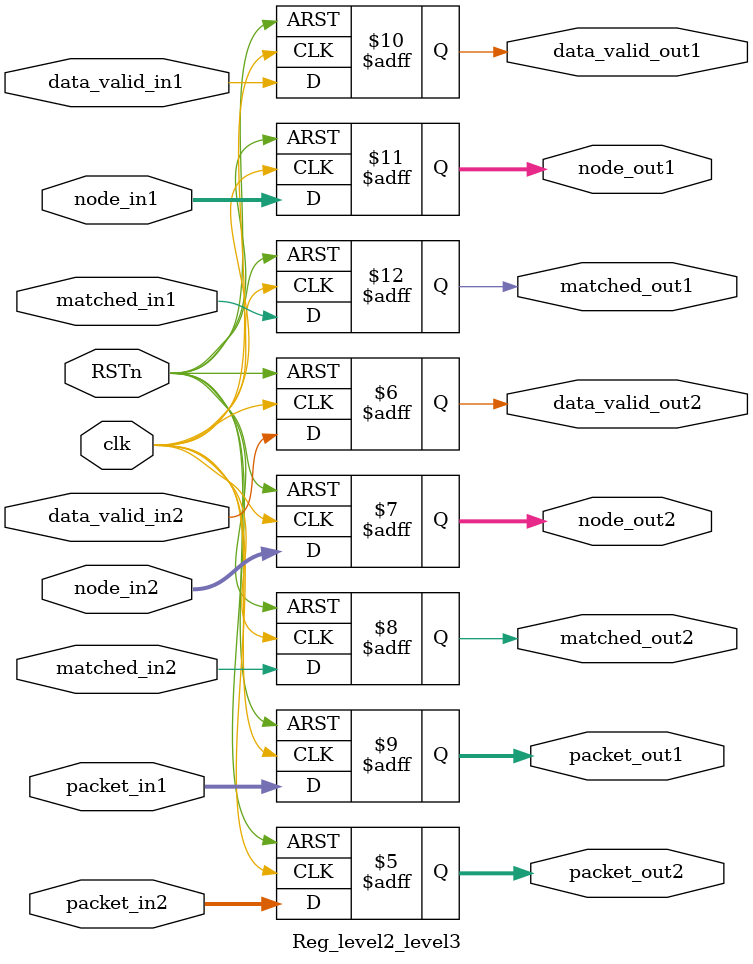
<source format=v>
`timescale 1ns / 1ps

module Reg_level2_level3 #(
    // the width of packet header and node
    parameter   PACKET_WIDTH = 104,
    parameter   NODE_WIDTH = 40
)

(
    //reset and clock
    input   clk,
    input   RSTn,
    
    //input from last stage 
    input wire [PACKET_WIDTH-1:0]    packet_in1,
    input wire                       data_valid_in1,
    input wire [NODE_WIDTH-1:0]      node_in1,
    input wire                       matched_in1,
    
    input wire [PACKET_WIDTH-1:0]    packet_in2,
    input wire                       data_valid_in2,
    input wire [NODE_WIDTH-1:0]      node_in2,
    input wire                       matched_in2, 
    
    //output to the node in level2 of tree 
    output reg [PACKET_WIDTH-1:0]    packet_out1,
    output reg                      data_valid_out1,
    output reg [NODE_WIDTH-1:0]      node_out1,
    output reg                       matched_out1,
    
    output reg [PACKET_WIDTH-1:0]    packet_out2,
    output reg                       data_valid_out2,
    output reg [NODE_WIDTH-1:0]      node_out2,
    output reg                       matched_out2
    
    );
    
    // handle the first packet
    always@(posedge clk or negedge RSTn)    begin
        if(!RSTn)   begin
            packet_out1 <= 104'b0;
            data_valid_out1 <= 1'b0;
            node_out1 <= 40'b0;
            matched_out1 <= 1'b0;            
        end else begin
            packet_out1 <= packet_in1;
            data_valid_out1 <= data_valid_in1;
            node_out1 <= node_in1;
            matched_out1 <= matched_in1;           
        end
    end
     
    // handle the second packet
    always@(posedge clk or negedge RSTn)    begin
        if(!RSTn)   begin
            packet_out2 <= 104'b0;
            data_valid_out2 <= 1'b0;
            node_out2 <= 40'b0;
            matched_out2 <= 1'b0;            
        end else begin
            packet_out2 <= packet_in2;
            data_valid_out2 <= data_valid_in2;
            node_out2 <= node_in2;
            matched_out2 <= matched_in2;           
        end
    end

        
 endmodule

</source>
